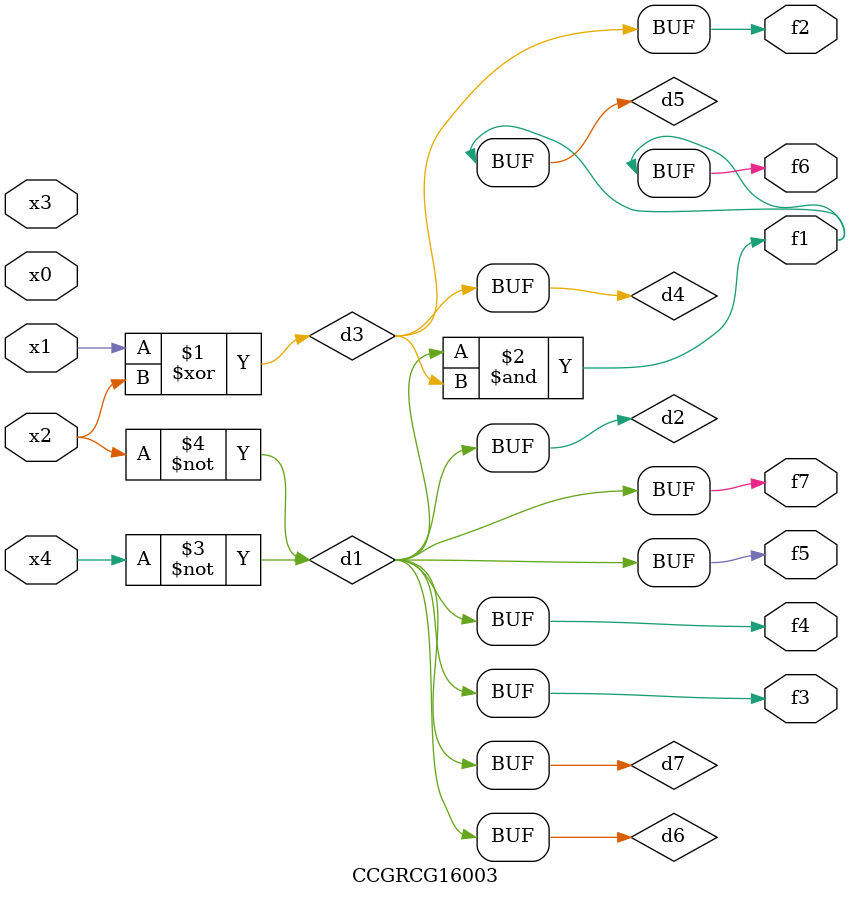
<source format=v>
module CCGRCG16003(
	input x0, x1, x2, x3, x4,
	output f1, f2, f3, f4, f5, f6, f7
);

	wire d1, d2, d3, d4, d5, d6, d7;

	not (d1, x4);
	not (d2, x2);
	xor (d3, x1, x2);
	buf (d4, d3);
	and (d5, d1, d3);
	buf (d6, d1, d2);
	buf (d7, d2);
	assign f1 = d5;
	assign f2 = d4;
	assign f3 = d7;
	assign f4 = d7;
	assign f5 = d7;
	assign f6 = d5;
	assign f7 = d7;
endmodule

</source>
